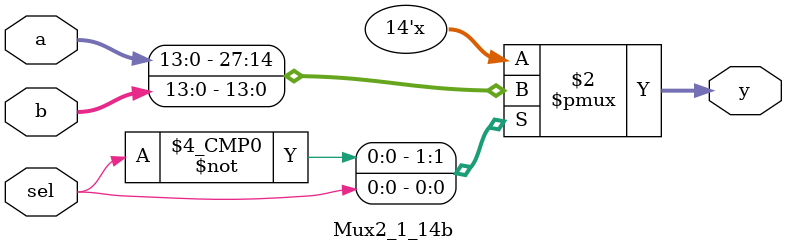
<source format=v>
module Mux2_1_14b(
    input[13:0] a,
    input[13:0] b,
    input sel,
    output reg [13:0] y
);
    
    always @(*) begin
        case (sel)
            2'd0 : begin y = a; end
            2'd1 : begin y = b; end
            default: begin y = a; end
        endcase 
    end
endmodule
</source>
